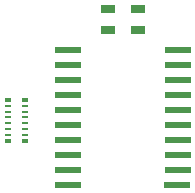
<source format=gtp>
G75*
G70*
%OFA0B0*%
%FSLAX24Y24*%
%IPPOS*%
%LPD*%
%AMOC8*
5,1,8,0,0,1.08239X$1,22.5*
%
%ADD10R,0.0870X0.0240*%
%ADD11R,0.0197X0.0150*%
%ADD12R,0.0197X0.0098*%
%ADD13R,0.0472X0.0315*%
D10*
X006031Y004736D03*
X006031Y005236D03*
X006031Y005736D03*
X006031Y006236D03*
X006031Y006736D03*
X006031Y007236D03*
X006031Y007736D03*
X006031Y008236D03*
X006031Y008736D03*
X006031Y009236D03*
X009681Y009236D03*
X009681Y008736D03*
X009681Y008236D03*
X009681Y007736D03*
X009681Y007236D03*
X009681Y006736D03*
X009681Y006236D03*
X009681Y005736D03*
X009681Y005236D03*
X009671Y004736D03*
D11*
X004604Y006194D03*
X004013Y006194D03*
X004013Y007572D03*
X004604Y007572D03*
D12*
X004604Y007376D03*
X004604Y007179D03*
X004604Y006982D03*
X004604Y006785D03*
X004604Y006588D03*
X004604Y006391D03*
X004013Y006391D03*
X004013Y006588D03*
X004013Y006785D03*
X004013Y006982D03*
X004013Y007179D03*
X004013Y007376D03*
D13*
X007356Y009881D03*
X007356Y010590D03*
X008356Y010590D03*
X008356Y009881D03*
M02*

</source>
